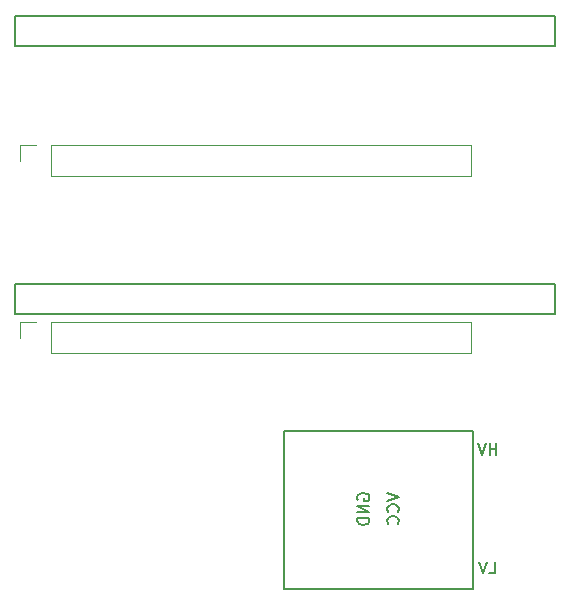
<source format=gbr>
%TF.GenerationSoftware,KiCad,Pcbnew,(6.0.4-0)*%
%TF.CreationDate,2022-09-02T16:24:51+01:00*%
%TF.ProjectId,eChook Wireless Board,6543686f-6f6b-4205-9769-72656c657373,rev?*%
%TF.SameCoordinates,Original*%
%TF.FileFunction,Legend,Bot*%
%TF.FilePolarity,Positive*%
%FSLAX46Y46*%
G04 Gerber Fmt 4.6, Leading zero omitted, Abs format (unit mm)*
G04 Created by KiCad (PCBNEW (6.0.4-0)) date 2022-09-02 16:24:51*
%MOMM*%
%LPD*%
G01*
G04 APERTURE LIST*
%ADD10C,0.150000*%
%ADD11C,0.177800*%
%ADD12C,0.120000*%
%ADD13C,0.127000*%
G04 APERTURE END LIST*
D10*
X160438023Y-111452380D02*
X160438023Y-110452380D01*
X160438023Y-110928571D02*
X159866595Y-110928571D01*
X159866595Y-111452380D02*
X159866595Y-110452380D01*
X159533261Y-110452380D02*
X159199928Y-111452380D01*
X158866595Y-110452380D01*
X148723738Y-115238095D02*
X148676118Y-115142857D01*
X148676118Y-115000000D01*
X148723738Y-114857142D01*
X148818976Y-114761904D01*
X148914214Y-114714285D01*
X149104690Y-114666666D01*
X149247547Y-114666666D01*
X149438023Y-114714285D01*
X149533261Y-114761904D01*
X149628499Y-114857142D01*
X149676118Y-115000000D01*
X149676118Y-115095238D01*
X149628499Y-115238095D01*
X149580880Y-115285714D01*
X149247547Y-115285714D01*
X149247547Y-115095238D01*
X149676118Y-115714285D02*
X148676118Y-115714285D01*
X149676118Y-116285714D01*
X148676118Y-116285714D01*
X149676118Y-116761904D02*
X148676118Y-116761904D01*
X148676118Y-117000000D01*
X148723738Y-117142857D01*
X148818976Y-117238095D01*
X148914214Y-117285714D01*
X149104690Y-117333333D01*
X149247547Y-117333333D01*
X149438023Y-117285714D01*
X149533261Y-117238095D01*
X149628499Y-117142857D01*
X149676118Y-117000000D01*
X149676118Y-116761904D01*
X151176118Y-114666666D02*
X152176118Y-115000000D01*
X151176118Y-115333333D01*
X152080880Y-116238095D02*
X152128499Y-116190476D01*
X152176118Y-116047619D01*
X152176118Y-115952380D01*
X152128499Y-115809523D01*
X152033261Y-115714285D01*
X151938023Y-115666666D01*
X151747547Y-115619047D01*
X151604690Y-115619047D01*
X151414214Y-115666666D01*
X151318976Y-115714285D01*
X151223738Y-115809523D01*
X151176118Y-115952380D01*
X151176118Y-116047619D01*
X151223738Y-116190476D01*
X151271357Y-116238095D01*
X152080880Y-117238095D02*
X152128499Y-117190476D01*
X152176118Y-117047619D01*
X152176118Y-116952380D01*
X152128499Y-116809523D01*
X152033261Y-116714285D01*
X151938023Y-116666666D01*
X151747547Y-116619047D01*
X151604690Y-116619047D01*
X151414214Y-116666666D01*
X151318976Y-116714285D01*
X151223738Y-116809523D01*
X151176118Y-116952380D01*
X151176118Y-117047619D01*
X151223738Y-117190476D01*
X151271357Y-117238095D01*
X159842785Y-121452380D02*
X160318976Y-121452380D01*
X160318976Y-120452380D01*
X159652309Y-120452380D02*
X159318976Y-121452380D01*
X158985642Y-120452380D01*
D11*
%TO.C,U2*%
X121555000Y-99503000D02*
X165370000Y-99503000D01*
X121555000Y-76770000D02*
X165370000Y-76770000D01*
X165370000Y-96963000D02*
X165370000Y-99503000D01*
X119650000Y-76770000D02*
X121555000Y-76770000D01*
X119650000Y-96963000D02*
X119650000Y-99503000D01*
X165370000Y-74230000D02*
X165370000Y-76770000D01*
X119650000Y-96963000D02*
X165370000Y-96963000D01*
X119650000Y-74230000D02*
X165370000Y-74230000D01*
X119650000Y-74230000D02*
X119650000Y-76770000D01*
X119650000Y-99503000D02*
X121555000Y-99503000D01*
D12*
%TO.C,J7*%
X122710800Y-85168900D02*
X158330800Y-85168900D01*
X121440800Y-85168900D02*
X120110800Y-85168900D01*
X120110800Y-85168900D02*
X120110800Y-86498900D01*
X158330800Y-85168900D02*
X158330800Y-87828900D01*
X122710800Y-85168900D02*
X122710800Y-87828900D01*
X122710800Y-87828900D02*
X158330800Y-87828900D01*
D13*
%TO.C,U1*%
X158498700Y-122765000D02*
X158498700Y-109435000D01*
X142448700Y-109435000D02*
X142448700Y-122765000D01*
X158498700Y-109435000D02*
X142448700Y-109435000D01*
X142448700Y-122765000D02*
X158498700Y-122765000D01*
D12*
%TO.C,J4*%
X158330800Y-100169800D02*
X158330800Y-102829800D01*
X121440800Y-100169800D02*
X120110800Y-100169800D01*
X122710800Y-100169800D02*
X158330800Y-100169800D01*
X120110800Y-100169800D02*
X120110800Y-101499800D01*
X122710800Y-102829800D02*
X158330800Y-102829800D01*
X122710800Y-100169800D02*
X122710800Y-102829800D01*
%TD*%
M02*

</source>
